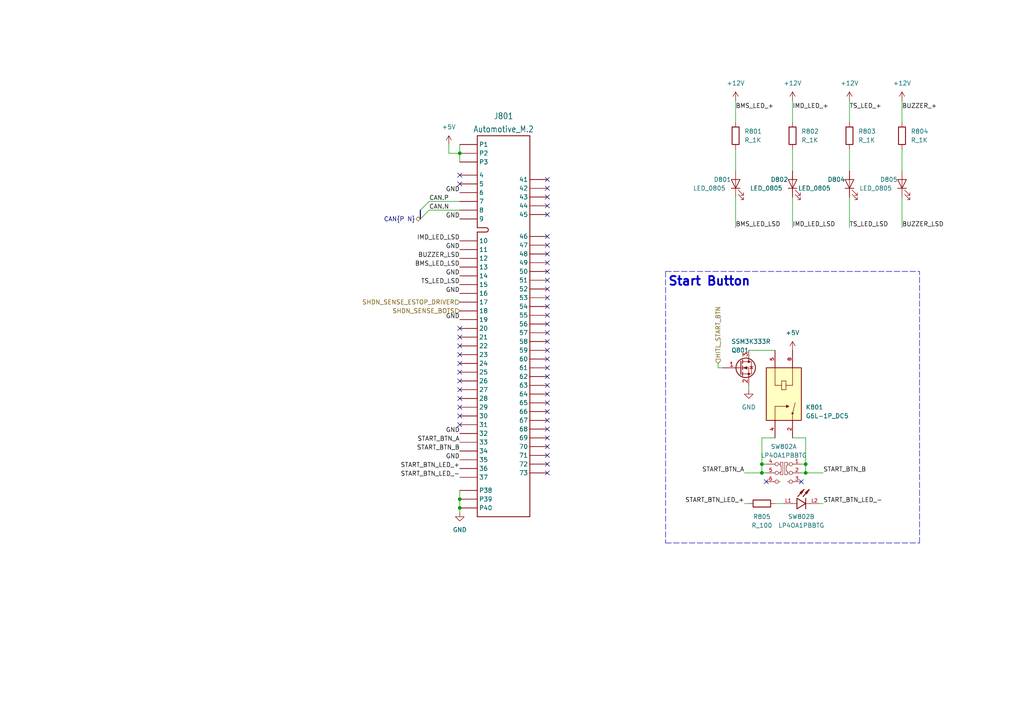
<source format=kicad_sch>
(kicad_sch (version 20211123) (generator eeschema)
  (paper "A4")
  (lib_symbols
    (symbol "GND_1" (power) (pin_names (offset 0))
      (property "Value" "GND_1" (at 0 -3.81 0))
      (symbol "GND_1_0_1"
        (polyline (pts (xy 0 0) (xy 0 -1.27) (xy 1.27 -1.27) (xy 0 -2.54) (xy -1.27 -1.27) (xy 0 -1.27)))
      )
      (symbol "GND_1_1_1"
        (pin power_in line (at 0 0 270) (length 0) hide (name "GND") (number "1"))
      )
    )
    (symbol "formula:Automotive_M.2"
      (property "Reference" "J?" (at 1.27 49.53 0))
      (property "Value" "Automotive_M.2" (at 7.62 45.72 0))
      (symbol "Automotive_M.2_0_1"
        (arc (start -5.0436 15.2415) (mid -4.4198 15.8765) (end -5.0436 16.5115) (stroke (width 0.25)))
        (polyline (pts (xy -7.62 15.24) (xy -5.08 15.24)) (stroke (width 0.25)))
        (polyline (pts (xy -7.62 16.51) (xy -5.08 16.51)) (stroke (width 0.25)))
        (polyline (pts (xy -7.62 43.18) (xy -7.62 16.51)) (stroke (width 0.25)))
        (polyline (pts (xy 7.62 -67.31) (xy -7.62 -67.31)) (stroke (width 0.25)))
      )
      (symbol "Automotive_M.2_1_0"
        (polyline (pts (xy -7.62 -67.31) (xy -7.62 15.24)) (stroke (width 0.254)))
        (polyline (pts (xy 7.62 43.18) (xy -7.62 43.18)) (stroke (width 0.254)))
        (polyline (pts (xy 7.62 43.18) (xy 7.62 -67.31)) (stroke (width 0.254)))
        (pin bidirectional line (at -12.7 12.7 0) (length 5.08) (name "10") (number "10"))
        (pin bidirectional line (at -12.7 10.16 0) (length 5.08) (name "11") (number "11"))
        (pin bidirectional line (at -12.7 7.62 0) (length 5.08) (name "12") (number "12"))
        (pin bidirectional line (at -12.7 5.08 0) (length 5.08) (name "13") (number "13"))
        (pin bidirectional line (at -12.7 2.54 0) (length 5.08) (name "14") (number "14"))
        (pin bidirectional line (at -12.7 0 0) (length 5.08) (name "15") (number "15"))
        (pin bidirectional line (at -12.7 -2.54 0) (length 5.08) (name "16") (number "16"))
        (pin bidirectional line (at -12.7 -5.08 0) (length 5.08) (name "17") (number "17"))
        (pin bidirectional line (at -12.7 -7.62 0) (length 5.08) (name "18") (number "18"))
        (pin bidirectional line (at -12.7 -10.16 0) (length 5.08) (name "19") (number "19"))
        (pin bidirectional line (at -12.7 -12.7 0) (length 5.08) (name "20") (number "20"))
        (pin bidirectional line (at -12.7 -15.24 0) (length 5.08) (name "21") (number "21"))
        (pin bidirectional line (at -12.7 -17.78 0) (length 5.08) (name "22") (number "22"))
        (pin bidirectional line (at -12.7 -20.32 0) (length 5.08) (name "23") (number "23"))
        (pin bidirectional line (at -12.7 -22.86 0) (length 5.08) (name "24") (number "24"))
        (pin bidirectional line (at -12.7 -25.4 0) (length 5.08) (name "25") (number "25"))
        (pin bidirectional line (at -12.7 -27.94 0) (length 5.08) (name "26") (number "26"))
        (pin bidirectional line (at -12.7 -30.48 0) (length 5.08) (name "27") (number "27"))
        (pin bidirectional line (at -12.7 -33.02 0) (length 5.08) (name "28") (number "28"))
        (pin bidirectional line (at -12.7 -35.56 0) (length 5.08) (name "29") (number "29"))
        (pin bidirectional line (at -12.7 -38.1 0) (length 5.08) (name "30") (number "30"))
        (pin bidirectional line (at -12.7 -40.64 0) (length 5.08) (name "31") (number "31"))
        (pin bidirectional line (at -12.7 -43.18 0) (length 5.08) (name "32") (number "32"))
        (pin bidirectional line (at -12.7 -45.72 0) (length 5.08) (name "33") (number "33"))
        (pin bidirectional line (at -12.7 -48.26 0) (length 5.08) (name "34") (number "34"))
        (pin bidirectional line (at -12.7 -50.8 0) (length 5.08) (name "35") (number "35"))
        (pin bidirectional line (at -12.7 -53.34 0) (length 5.08) (name "36") (number "36"))
        (pin bidirectional line (at -12.7 -55.88 0) (length 5.08) (name "37") (number "37"))
        (pin bidirectional line (at -12.7 31.75 0) (length 5.08) (name "4") (number "4"))
        (pin bidirectional line (at 12.7 30.48 180) (length 5.08) (name "41") (number "41"))
        (pin bidirectional line (at 12.7 27.94 180) (length 5.08) (name "42") (number "42"))
        (pin bidirectional line (at 12.7 25.4 180) (length 5.08) (name "43") (number "43"))
        (pin bidirectional line (at 12.7 22.86 180) (length 5.08) (name "44") (number "44"))
        (pin bidirectional line (at 12.7 20.32 180) (length 5.08) (name "45") (number "45"))
        (pin bidirectional line (at 12.7 13.97 180) (length 5.08) (name "46") (number "46"))
        (pin bidirectional line (at 12.7 11.43 180) (length 5.08) (name "47") (number "47"))
        (pin bidirectional line (at 12.7 8.89 180) (length 5.08) (name "48") (number "48"))
        (pin bidirectional line (at 12.7 6.35 180) (length 5.08) (name "49") (number "49"))
        (pin bidirectional line (at -12.7 29.21 0) (length 5.08) (name "5") (number "5"))
        (pin bidirectional line (at 12.7 3.81 180) (length 5.08) (name "50") (number "50"))
        (pin bidirectional line (at 12.7 1.27 180) (length 5.08) (name "51") (number "51"))
        (pin bidirectional line (at 12.7 -1.27 180) (length 5.08) (name "52") (number "52"))
        (pin bidirectional line (at 12.7 -3.81 180) (length 5.08) (name "53") (number "53"))
        (pin bidirectional line (at 12.7 -6.35 180) (length 5.08) (name "54") (number "54"))
        (pin bidirectional line (at 12.7 -8.89 180) (length 5.08) (name "55") (number "55"))
        (pin bidirectional line (at 12.7 -11.43 180) (length 5.08) (name "56") (number "56"))
        (pin bidirectional line (at 12.7 -13.97 180) (length 5.08) (name "57") (number "57"))
        (pin bidirectional line (at 12.7 -16.51 180) (length 5.08) (name "58") (number "58"))
        (pin bidirectional line (at 12.7 -19.05 180) (length 5.08) (name "59") (number "59"))
        (pin bidirectional line (at -12.7 26.67 0) (length 5.08) (name "6") (number "6"))
        (pin bidirectional line (at 12.7 -21.59 180) (length 5.08) (name "60") (number "60"))
        (pin bidirectional line (at 12.7 -24.13 180) (length 5.08) (name "61") (number "61"))
        (pin bidirectional line (at 12.7 -26.67 180) (length 5.08) (name "62") (number "62"))
        (pin bidirectional line (at 12.7 -29.21 180) (length 5.08) (name "63") (number "63"))
        (pin bidirectional line (at 12.7 -31.75 180) (length 5.08) (name "64") (number "64"))
        (pin bidirectional line (at 12.7 -34.29 180) (length 5.08) (name "65") (number "65"))
        (pin bidirectional line (at 12.7 -36.83 180) (length 5.08) (name "66") (number "66"))
        (pin bidirectional line (at 12.7 -39.37 180) (length 5.08) (name "67") (number "67"))
        (pin bidirectional line (at 12.7 -41.91 180) (length 5.08) (name "68") (number "68"))
        (pin bidirectional line (at 12.7 -44.45 180) (length 5.08) (name "69") (number "69"))
        (pin bidirectional line (at -12.7 24.13 0) (length 5.08) (name "7") (number "7"))
        (pin bidirectional line (at 12.7 -46.99 180) (length 5.08) (name "70") (number "70"))
        (pin bidirectional line (at 12.7 -49.53 180) (length 5.08) (name "71") (number "71"))
        (pin bidirectional line (at 12.7 -52.07 180) (length 5.08) (name "72") (number "72"))
        (pin bidirectional line (at 12.7 -54.61 180) (length 5.08) (name "73") (number "73"))
        (pin bidirectional line (at -12.7 21.59 0) (length 5.08) (name "8") (number "8"))
        (pin bidirectional line (at -12.7 19.05 0) (length 5.08) (name "9") (number "9"))
        (pin bidirectional line (at -12.7 40.64 0) (length 5.08) (name "P1") (number "P1"))
        (pin bidirectional line (at -12.7 38.1 0) (length 5.08) (name "P2") (number "P2"))
        (pin bidirectional line (at -12.7 35.56 0) (length 5.08) (name "P3") (number "P3"))
        (pin bidirectional line (at -12.7 -59.69 0) (length 5.08) (name "P38") (number "P38"))
        (pin bidirectional line (at -12.7 -62.23 0) (length 5.08) (name "P39") (number "P39"))
        (pin bidirectional line (at -12.7 -64.77 0) (length 5.08) (name "P40") (number "P40"))
      )
    )
    (symbol "formula:G6L-1P_DC5" (pin_names (offset 1.016))
      (property "Reference" "K" (at -7.62 6.35 0))
      (property "Value" "G6L-1P_DC5" (at -7.62 -7.62 0))
      (symbol "G6L-1P_DC5_0_0"
        (rectangle (start -7.62 -5.08) (end 7.62 5.08) (stroke (width 0.254)) (fill (type background)))
        (polyline (pts (xy -7.62 -2.54) (xy -2.54 -2.54)) (stroke (width 0.1524)))
        (polyline (pts (xy -7.62 2.54) (xy -2.54 2.54)) (stroke (width 0.1524)))
        (polyline (pts (xy -3.81 -0.635) (xy -3.81 0.635)) (stroke (width 0.1524)))
        (polyline (pts (xy -3.81 0.635) (xy -2.54 0.635)) (stroke (width 0.1524)))
        (polyline (pts (xy -2.54 -0.635) (xy -3.81 -0.635)) (stroke (width 0.1524)))
        (polyline (pts (xy -2.54 -0.635) (xy -2.54 -2.54)) (stroke (width 0.1524)))
        (polyline (pts (xy -2.54 0.635) (xy -1.27 0.635)) (stroke (width 0.1524)))
        (polyline (pts (xy -2.54 2.54) (xy -2.54 0.635)) (stroke (width 0.1524)))
        (polyline (pts (xy -1.27 -0.635) (xy -2.54 -0.635)) (stroke (width 0.1524)))
        (polyline (pts (xy -1.27 0.635) (xy -1.27 -0.635)) (stroke (width 0.1524)))
        (polyline (pts (xy 3.556 -2.54) (xy 3.556 0.762)) (stroke (width 0.1524)))
        (polyline (pts (xy 5.588 2.54) (xy 2.54 3.302)) (stroke (width 0.1524)))
        (polyline (pts (xy 7.62 -2.54) (xy 3.556 -2.54)) (stroke (width 0.1524)))
        (polyline (pts (xy 7.62 2.54) (xy 5.588 2.54)) (stroke (width 0.1524)))
        (polyline (pts (xy 3.175 0.762) (xy 3.937 0.762) (xy 3.556 1.524) (xy 3.175 0.762)) (stroke (width 0.1524)) (fill (type outline)))
        (circle (center 5.588 2.54) (radius 0.1524) (stroke (width 0.3048)))
        (pin passive line (at 12.7 2.54 180) (length 5.08) (name "~") (number "2"))
        (pin passive line (at 12.7 -2.54 180) (length 5.08) (name "~") (number "4"))
        (pin passive line (at -12.7 -2.54 0) (length 5.08) (name "~") (number "5"))
        (pin passive line (at -12.7 2.54 0) (length 5.08) (name "~") (number "8"))
      )
    )
    (symbol "formula:LED_0805" (pin_numbers hide) (pin_names (offset 1.016) hide)
      (property "Reference" "D" (at 0 -2.54 0))
      (property "Value" "LED_0805" (at 0 2.54 0))
      (symbol "LED_0805_0_1"
        (polyline (pts (xy -1.27 -1.27) (xy -1.27 1.27)) (stroke (width 0.2032)))
        (polyline (pts (xy -1.27 0) (xy 1.27 0)))
        (polyline (pts (xy 1.27 -1.27) (xy 1.27 1.27) (xy -1.27 0) (xy 1.27 -1.27)) (stroke (width 0.2032)))
        (polyline (pts (xy -3.048 -0.762) (xy -4.572 -2.286) (xy -3.81 -2.286) (xy -4.572 -2.286) (xy -4.572 -1.524)))
        (polyline (pts (xy -1.778 -0.762) (xy -3.302 -2.286) (xy -2.54 -2.286) (xy -3.302 -2.286) (xy -3.302 -1.524)))
      )
      (symbol "LED_0805_1_1"
        (pin passive line (at -3.81 0 0) (length 2.54) (name "K") (number "1"))
        (pin passive line (at 3.81 0 180) (length 2.54) (name "A") (number "2"))
      )
    )
    (symbol "formula:LP4OA1PBBTG" (pin_names (offset 1.016))
      (property "Reference" "SW?" (at -1.27 5.08 0))
      (property "Value" "LP4OA1PBBTG" (at -5.08 -6.858 0))
      (symbol "LP4OA1PBBTG_1_0"
        (circle (center -2.032 -2.54) (radius 0.508) (stroke (width 0.127)))
        (circle (center -2.032 0) (radius 0.508) (stroke (width 0.127)))
        (circle (center -2.032 2.54) (radius 0.508) (stroke (width 0.127)))
        (polyline (pts (xy -1.524 -2.54) (xy -1.016 -2.54)) (stroke (width 0.127)))
        (polyline (pts (xy -1.524 0) (xy -1.016 0)) (stroke (width 0.127)))
        (polyline (pts (xy -1.524 2.54) (xy -1.016 2.54)) (stroke (width 0.127)))
        (polyline (pts (xy -1.016 -0.508) (xy -1.016 0.254)) (stroke (width 0.127)))
        (polyline (pts (xy -1.016 0.254) (xy -0.762 0.254)) (stroke (width 0.127)))
        (polyline (pts (xy -1.016 2.032) (xy -1.016 2.54)) (stroke (width 0.127)))
        (polyline (pts (xy -1.016 2.54) (xy -1.016 3.048)) (stroke (width 0.127)))
        (polyline (pts (xy -1.016 3.048) (xy -0.254 3.048)) (stroke (width 0.127)))
        (polyline (pts (xy -0.762 0.254) (xy -0.762 2.032)) (stroke (width 0.127)))
        (polyline (pts (xy -0.762 2.032) (xy -1.016 2.032)) (stroke (width 0.127)))
        (polyline (pts (xy -0.254 -0.508) (xy -1.016 -0.508)) (stroke (width 0.127)))
        (polyline (pts (xy -0.254 3.048) (xy -0.254 -0.508)) (stroke (width 0.127)))
        (polyline (pts (xy 0.254 -0.508) (xy 0.254 3.048)) (stroke (width 0.127)))
        (polyline (pts (xy 0.254 3.048) (xy 1.016 3.048)) (stroke (width 0.127)))
        (polyline (pts (xy 0.762 0.508) (xy 1.016 0.508)) (stroke (width 0.127)))
        (polyline (pts (xy 0.762 2.032) (xy 0.762 0.508)) (stroke (width 0.127)))
        (polyline (pts (xy 1.016 -0.508) (xy 0.254 -0.508)) (stroke (width 0.127)))
        (polyline (pts (xy 1.016 0.508) (xy 1.016 -0.508)) (stroke (width 0.127)))
        (polyline (pts (xy 1.016 2.032) (xy 0.762 2.032)) (stroke (width 0.127)))
        (polyline (pts (xy 1.016 3.048) (xy 1.016 2.032)) (stroke (width 0.127)))
        (polyline (pts (xy 1.524 -2.54) (xy 1.016 -2.54)) (stroke (width 0.127)))
        (polyline (pts (xy 1.524 0) (xy 1.016 0)) (stroke (width 0.127)))
        (polyline (pts (xy 1.524 2.54) (xy 1.016 2.54)) (stroke (width 0.127)))
        (circle (center 2.032 -2.54) (radius 0.508) (stroke (width 0.127)))
        (circle (center 2.032 0) (radius 0.508) (stroke (width 0.127)))
        (circle (center 2.032 2.54) (radius 0.508) (stroke (width 0.127)))
        (pin passive line (at 5.08 2.54 180) (length 2.54) (name "~") (number "1"))
        (pin passive line (at 5.08 0 180) (length 2.54) (name "~") (number "2"))
        (pin passive line (at 5.08 -2.54 180) (length 2.54) (name "~") (number "3"))
        (pin passive line (at -5.08 2.54 0) (length 2.54) (name "~") (number "4"))
        (pin passive line (at -5.08 0 0) (length 2.54) (name "~") (number "5"))
        (pin passive line (at -5.08 -2.54 0) (length 2.54) (name "~") (number "6"))
      )
      (symbol "LP4OA1PBBTG_2_0"
        (polyline (pts (xy -1.27 -1.524) (xy 1.27 0)) (stroke (width 0.254)))
        (polyline (pts (xy -1.27 0) (xy -2.54 0)) (stroke (width 0.1524)))
        (polyline (pts (xy -1.27 0) (xy -1.27 -1.524)) (stroke (width 0.254)))
        (polyline (pts (xy -1.27 1.524) (xy -1.27 0)) (stroke (width 0.254)))
        (polyline (pts (xy -1.016 2.032) (xy 0.762 4.064)) (stroke (width 0.254)))
        (polyline (pts (xy 0.508 2.032) (xy 2.286 4.064)) (stroke (width 0.254)))
        (polyline (pts (xy 0.762 4.064) (xy -0.381 3.175)) (stroke (width 0.254)))
        (polyline (pts (xy 0.762 4.064) (xy 0 2.794)) (stroke (width 0.254)))
        (polyline (pts (xy 1.27 0) (xy -1.27 1.524)) (stroke (width 0.254)))
        (polyline (pts (xy 1.27 0) (xy 1.27 -1.524)) (stroke (width 0.254)))
        (polyline (pts (xy 1.27 1.524) (xy 1.27 0)) (stroke (width 0.254)))
        (polyline (pts (xy 2.286 4.064) (xy 1.143 3.175)) (stroke (width 0.254)))
        (polyline (pts (xy 2.286 4.064) (xy 1.524 2.794)) (stroke (width 0.254)))
        (polyline (pts (xy 2.54 0) (xy 1.27 0)) (stroke (width 0.1524)))
        (pin passive line (at -5.08 0 0) (length 2.54) (name "~") (number "L1"))
        (pin passive line (at 5.08 0 180) (length 2.54) (name "~") (number "L2"))
      )
    )
    (symbol "formula:R_100" (pin_numbers hide) (pin_names (offset 0))
      (property "Reference" "R" (at 2.032 0 90))
      (property "Value" "R_100" (at -2.54 0 90))
      (symbol "R_100_0_1"
        (rectangle (start -1.016 -2.54) (end 1.016 2.54) (stroke (width 0.254)))
      )
      (symbol "R_100_1_1"
        (pin passive line (at 0 3.81 270) (length 1.27) (name "~") (number "1"))
        (pin passive line (at 0 -3.81 90) (length 1.27) (name "~") (number "2"))
      )
    )
    (symbol "formula:R_1K" (pin_numbers hide) (pin_names (offset 0))
      (property "Reference" "R" (at 2.032 0 90))
      (property "Value" "R_1K" (at -2.54 0 90))
      (symbol "R_1K_0_1"
        (rectangle (start -1.016 -2.54) (end 1.016 2.54) (stroke (width 0.254)))
      )
      (symbol "R_1K_1_1"
        (pin passive line (at 0 3.81 270) (length 1.27) (name "~") (number "1"))
        (pin passive line (at 0 -3.81 90) (length 1.27) (name "~") (number "2"))
      )
    )
    (symbol "formula:SSM3K333R" (pin_names (offset 0) hide)
      (property "Reference" "Q" (at 5.08 1.905 0))
      (property "Value" "SSM3K333R" (at 5.08 0 0))
      (symbol "SSM3K333R_0_1"
        (polyline (pts (xy 0.762 -1.778) (xy 2.54 -1.778)))
        (polyline (pts (xy 0.762 -1.27) (xy 0.762 -2.286)) (stroke (width 0.254)))
        (polyline (pts (xy 0.762 0) (xy 2.54 0)))
        (polyline (pts (xy 0.762 0.508) (xy 0.762 -0.508)) (stroke (width 0.254)))
        (polyline (pts (xy 0.762 1.778) (xy 2.54 1.778)))
        (polyline (pts (xy 0.762 2.286) (xy 0.762 1.27)) (stroke (width 0.254)))
        (polyline (pts (xy 2.54 -1.778) (xy 2.54 -2.54)))
        (polyline (pts (xy 2.54 -1.778) (xy 2.54 0)))
        (polyline (pts (xy 2.54 2.54) (xy 2.54 1.778)))
        (polyline (pts (xy 0.254 1.905) (xy 0.254 -1.905) (xy 0.254 -1.905)) (stroke (width 0.254)))
        (polyline (pts (xy 1.016 0) (xy 2.032 0.381) (xy 2.032 -0.381) (xy 1.016 0)) (fill (type outline)))
        (polyline (pts (xy 2.54 -1.778) (xy 3.302 -1.778) (xy 3.302 1.778) (xy 2.54 1.778)))
        (polyline (pts (xy 2.794 0.508) (xy 2.921 0.381) (xy 3.683 0.381) (xy 3.81 0.254)))
        (polyline (pts (xy 3.302 0.381) (xy 2.921 -0.254) (xy 3.683 -0.254) (xy 3.302 0.381)))
        (circle (center 1.651 0) (radius 2.8194) (stroke (width 0.254)))
        (circle (center 2.54 -1.778) (radius 0.2794) (fill (type outline)))
        (circle (center 2.54 1.778) (radius 0.2794) (fill (type outline)))
      )
      (symbol "SSM3K333R_1_1"
        (pin input line (at -5.08 0 0) (length 5.334) (name "G") (number "1"))
        (pin passive line (at 2.54 -5.08 90) (length 2.54) (name "S") (number "2"))
        (pin passive line (at 2.54 5.08 270) (length 2.54) (name "D") (number "3"))
      )
    )
    (symbol "power:+12V" (power) (pin_names (offset 0))
      (property "Value" "+12V" (at 0 3.556 0))
      (symbol "+12V_0_1"
        (polyline (pts (xy -0.762 1.27) (xy 0 2.54)))
        (polyline (pts (xy 0 0) (xy 0 2.54)))
        (polyline (pts (xy 0 2.54) (xy 0.762 1.27)))
      )
      (symbol "+12V_1_1"
        (pin power_in line (at 0 0 90) (length 0) hide (name "+12V") (number "1"))
      )
    )
    (symbol "power:+5V" (power) (pin_names (offset 0))
      (property "Value" "+5V" (at 0 3.556 0))
      (symbol "+5V_0_1"
        (polyline (pts (xy -0.762 1.27) (xy 0 2.54)))
        (polyline (pts (xy 0 0) (xy 0 2.54)))
        (polyline (pts (xy 0 2.54) (xy 0.762 1.27)))
      )
      (symbol "+5V_1_1"
        (pin power_in line (at 0 0 90) (length 0) hide (name "+5V") (number "1"))
      )
    )
    (symbol "power:GND" (power) (pin_names (offset 0))
      (property "Value" "GND" (at 0 -3.81 0))
      (symbol "GND_0_1"
        (polyline (pts (xy 0 0) (xy 0 -1.27) (xy 1.27 -1.27) (xy 0 -2.54) (xy -1.27 -1.27) (xy 0 -1.27)))
      )
      (symbol "GND_1_1"
        (pin power_in line (at 0 0 270) (length 0) hide (name "GND") (number "1"))
      )
    )
  )
  (junction (at 133.35 147.32))
  (junction (at 220.98 134.62))
  (junction (at 220.98 137.16))
  (junction (at 133.35 144.78))
  (junction (at 233.68 134.62))
  (junction (at 133.35 44.45))
  (junction (at 233.68 137.16))
  (no_connect (at 158.75 116.84))
  (no_connect (at 158.75 81.28))
  (no_connect (at 133.35 120.65))
  (no_connect (at 232.41 139.7))
  (no_connect (at 158.75 106.68))
  (no_connect (at 158.75 57.15))
  (no_connect (at 133.35 97.79))
  (no_connect (at 133.35 105.41))
  (no_connect (at 133.35 118.11))
  (no_connect (at 158.75 111.76))
  (no_connect (at 158.75 83.82))
  (no_connect (at 133.35 123.19))
  (no_connect (at 158.75 91.44))
  (no_connect (at 133.35 95.25))
  (no_connect (at 158.75 73.66))
  (no_connect (at 158.75 129.54))
  (no_connect (at 158.75 96.52))
  (no_connect (at 133.35 50.8))
  (no_connect (at 158.75 93.98))
  (no_connect (at 133.35 107.95))
  (no_connect (at 158.75 86.36))
  (no_connect (at 158.75 59.69))
  (no_connect (at 133.35 115.57))
  (no_connect (at 158.75 99.06))
  (no_connect (at 158.75 124.46))
  (no_connect (at 158.75 134.62))
  (no_connect (at 158.75 71.12))
  (no_connect (at 158.75 62.23))
  (no_connect (at 222.25 139.7))
  (no_connect (at 158.75 127))
  (no_connect (at 158.75 54.61))
  (no_connect (at 158.75 109.22))
  (no_connect (at 158.75 104.14))
  (no_connect (at 158.75 78.74))
  (no_connect (at 158.75 68.58))
  (no_connect (at 133.35 100.33))
  (no_connect (at 158.75 52.07))
  (no_connect (at 158.75 76.2))
  (no_connect (at 158.75 137.16))
  (no_connect (at 133.35 110.49))
  (no_connect (at 158.75 119.38))
  (no_connect (at 158.75 121.92))
  (no_connect (at 158.75 132.08))
  (no_connect (at 133.35 53.34))
  (no_connect (at 158.75 101.6))
  (no_connect (at 133.35 102.87))
  (no_connect (at 133.35 113.03))
  (no_connect (at 158.75 114.3))
  (no_connect (at 158.75 88.9))
  (bus_entry (at 121.92 60.96) (size 2.54 -2.54))
  (bus_entry (at 121.92 63.5) (size 2.54 -2.54))
  (wire (pts (xy 133.35 41.91) (xy 133.35 44.45)))
  (wire (pts (xy 229.87 29.21) (xy 229.87 35.56)))
  (wire (pts (xy 220.98 134.62) (xy 222.25 134.62)))
  (wire (pts (xy 237.49 146.05) (xy 238.76 146.05)))
  (wire (pts (xy 233.68 137.16) (xy 238.76 137.16)))
  (wire (pts (xy 217.17 111.76) (xy 217.17 113.03)))
  (wire (pts (xy 229.87 127) (xy 233.68 127)))
  (wire (pts (xy 220.98 137.16) (xy 222.25 137.16)))
  (wire (pts (xy 224.79 146.05) (xy 227.33 146.05)))
  (polyline (pts (xy 193.04 157.48) (xy 266.7 157.48)))
  (wire (pts (xy 133.35 44.45) (xy 133.35 46.99)))
  (wire (pts (xy 208.28 106.68) (xy 209.55 106.68)))
  (wire (pts (xy 124.46 60.96) (xy 133.35 60.96)))
  (wire (pts (xy 130.175 44.45) (xy 133.35 44.45)))
  (wire (pts (xy 213.36 43.18) (xy 213.36 49.53)))
  (wire (pts (xy 229.87 43.18) (xy 229.87 49.53)))
  (wire (pts (xy 261.62 57.15) (xy 261.62 66.04)))
  (polyline (pts (xy 193.04 78.74) (xy 193.04 157.48)))
  (wire (pts (xy 124.46 58.42) (xy 133.35 58.42)))
  (wire (pts (xy 233.68 134.62) (xy 233.68 137.16)))
  (wire (pts (xy 133.35 142.24) (xy 133.35 144.78)))
  (wire (pts (xy 213.36 29.21) (xy 213.36 35.56)))
  (wire (pts (xy 220.98 134.62) (xy 220.98 137.16)))
  (wire (pts (xy 213.36 57.15) (xy 213.36 66.04)))
  (wire (pts (xy 215.9 146.05) (xy 217.17 146.05)))
  (wire (pts (xy 217.17 101.6) (xy 224.79 101.6)))
  (wire (pts (xy 261.62 29.21) (xy 261.62 35.56)))
  (wire (pts (xy 224.79 127) (xy 220.98 127)))
  (wire (pts (xy 261.62 43.18) (xy 261.62 49.53)))
  (wire (pts (xy 233.68 127) (xy 233.68 134.62)))
  (wire (pts (xy 246.38 43.18) (xy 246.38 49.53)))
  (wire (pts (xy 215.9 137.16) (xy 220.98 137.16)))
  (polyline (pts (xy 193.04 78.74) (xy 266.7 78.74)))
  (wire (pts (xy 246.38 57.15) (xy 246.38 66.04)))
  (wire (pts (xy 208.28 105.41) (xy 208.28 106.68)))
  (bus (pts (xy 121.92 60.96) (xy 121.92 63.5)))
  (wire (pts (xy 133.35 147.32) (xy 133.35 148.59)))
  (wire (pts (xy 246.38 29.21) (xy 246.38 35.56)))
  (wire (pts (xy 229.87 57.15) (xy 229.87 66.04)))
  (wire (pts (xy 232.41 137.16) (xy 233.68 137.16)))
  (wire (pts (xy 220.98 127) (xy 220.98 134.62)))
  (wire (pts (xy 133.35 144.78) (xy 133.35 147.32)))
  (wire (pts (xy 232.41 134.62) (xy 233.68 134.62)))
  (wire (pts (xy 130.175 41.91) (xy 130.175 44.45)))
  (polyline (pts (xy 266.7 157.48) (xy 266.7 78.74)))
  (text "Start Button" (at 193.675 83.185 0) (effects (font (size 2.54 2.54) bold) (justify left bottom)))
  (label "GND" (at 133.35 125.73 180))
  (label "CAN.P" (at 124.46 58.42 0))
  (label "START_BTN_A" (at 215.9 137.16 180))
  (label "BUZZER_LSD" (at 261.62 66.04 0))
  (label "BMS_LED_LSD" (at 213.36 66.04 0))
  (label "START_BTN_LED_-" (at 133.35 138.43 180))
  (label "GND" (at 133.35 92.71 180))
  (label "GND" (at 133.35 85.09 180))
  (label "IMD_LED_LSD" (at 133.35 69.85 180))
  (label "TS_LED_LSD" (at 133.35 82.55 180))
  (label "IMD_LED_LSD" (at 229.87 66.04 0))
  (label "TS_LED_+" (at 246.38 31.75 0))
  (label "CAN.N" (at 124.46 60.96 0))
  (label "BUZZER_+" (at 261.62 31.75 0))
  (label "TS_LED_LSD" (at 246.38 66.04 0))
  (label "START_BTN_B" (at 238.76 137.16 0))
  (label "BUZZER_LSD" (at 133.35 74.93 180))
  (label "BMS_LED_LSD" (at 133.35 77.47 180))
  (label "GND" (at 133.35 80.01 180))
  (label "GND" (at 133.35 72.39 180))
  (label "GND" (at 133.35 63.5 180))
  (label "IMD_LED_+" (at 229.87 31.75 0))
  (label "GND" (at 133.35 133.35 180))
  (label "START_BTN_B" (at 133.35 130.81 180))
  (label "START_BTN_LED_+" (at 133.35 135.89 180))
  (label "START_BTN_A" (at 133.35 128.27 180))
  (label "GND" (at 133.35 55.88 180))
  (label "START_BTN_LED_-" (at 238.76 146.05 0))
  (label "START_BTN_LED_+" (at 215.9 146.05 180))
  (label "BMS_LED_+" (at 213.36 31.75 0))
  (hierarchical_label "HITL_START_BTN" (shape input) (at 208.28 105.41 90))
  (hierarchical_label "SHDN_SENSE_BOTS" (shape input) (at 133.35 90.17 180))
  (hierarchical_label "CAN{P N}" (shape bidirectional) (at 121.92 63.5 180))
  (hierarchical_label "SHDN_SENSE_ESTOP_DRIVER" (shape input) (at 133.35 87.63 180))
  (symbol (lib_id "formula:LP4OA1PBBTG") (at 227.33 137.16 0) (unit 1)
    (property "Reference" "SW802" (at 227.33 129.54 0))
    (property "Value" "LP4OA1PBBTG" (at 227.33 132.08 0))
    (property "Footprint" "footprints:SW_LP4OA1PBBTG" (effects hide))
    (property "Datasheet" "https://sten-eswitch-13110800-production.s3.amazonaws.com/system/asset/product_line/data_sheet/43/LP4.pdf" (effects hide))
    (property "MANUFACTURER" "E-SWITCH" (effects hide))
  )
  (symbol (lib_id "formula:R_1K") (at 261.62 39.37 0) (unit 1)
    (property "Reference" "R804" (at 264.16 38.0999 0) (effects (justify left)))
    (property "Value" "R_1K" (at 264.16 40.6399 0) (effects (justify left)))
    (property "Footprint" "footprints:R_0805_OEM" (effects hide))
    (property "Datasheet" "https://www.seielect.com/Catalog/SEI-rncp.pdf" (effects hide))
    (property "MFN" "DK" (effects hide))
    (property "MPN" "RNCP0805FTD1K00CT-ND" (effects hide))
    (property "PurchasingLink" "https://www.digikey.com/products/en?keywords=RNCP0805FTD1K00CT-ND" (effects hide))
  )
  (symbol (lib_id "power:+12V") (at 229.87 29.21 0) (unit 1)
    (property "Reference" "#PWR?" (effects hide))
    (property "Value" "+12V" (at 229.87 24.13 0))
  )
  (symbol (lib_id "power:+5V") (at 130.175 41.91 0) (unit 1)
    (property "Reference" "#PWR?" (effects hide))
    (property "Value" "+5V" (at 130.175 36.83 0))
  )
  (symbol (lib_id "formula:R_100") (at 220.98 146.05 270) (unit 1)
    (property "Reference" "R805" (at 220.98 149.86 90))
    (property "Value" "R_100" (at 220.98 152.4 90))
    (property "Footprint" "footprints:R_0805_OEM" (effects hide))
    (property "Datasheet" "https://www.seielect.com/Catalog/SEI-rncp.pdf" (effects hide))
    (property "MFN" "DK" (effects hide))
    (property "MPN" "RNCP0805FTD100RCT-ND" (effects hide))
    (property "PurchasingLink" "https://www.digikey.com/products/en?keywords=RNCP0805FTD100RCT-ND" (effects hide))
  )
  (symbol (lib_id "power:GND") (at 217.17 113.03 0) (unit 1)
    (property "Reference" "#PWR?" (effects hide))
    (property "Value" "GND" (at 217.17 118.11 0))
  )
  (symbol (lib_id "power:+12V") (at 213.36 29.21 0) (unit 1)
    (property "Reference" "#PWR?" (effects hide))
    (property "Value" "+12V" (at 213.36 24.13 0))
  )
  (symbol (lib_id "formula:R_1K") (at 213.36 39.37 0) (unit 1)
    (property "Reference" "R801" (at 215.9 38.0999 0) (effects (justify left)))
    (property "Value" "R_1K" (at 215.9 40.6399 0) (effects (justify left)))
    (property "Footprint" "footprints:R_0805_OEM" (effects hide))
    (property "Datasheet" "https://www.seielect.com/Catalog/SEI-rncp.pdf" (effects hide))
    (property "MFN" "DK" (effects hide))
    (property "MPN" "RNCP0805FTD1K00CT-ND" (effects hide))
    (property "PurchasingLink" "https://www.digikey.com/products/en?keywords=RNCP0805FTD1K00CT-ND" (effects hide))
  )
  (symbol (lib_id "formula:LED_0805") (at 261.62 53.34 90) (unit 1)
    (property "Reference" "D805" (at 257.81 52.07 90))
    (property "Value" "LED_0805" (at 254 54.61 90))
    (property "Footprint" "footprints:LED_0805_OEM" (effects hide))
    (property "Datasheet" "http://www.osram-os.com/Graphics/XPic9/00078860_0.pdf" (effects hide))
    (property "MFN" "DK" (effects hide))
    (property "MPN" "475-1410-1-ND" (effects hide))
    (property "PurchasingLink" "https://www.digikey.com/products/en?keywords=475-1410-1-ND" (effects hide))
  )
  (symbol (lib_id "formula:R_1K") (at 229.87 39.37 0) (unit 1)
    (property "Reference" "R802" (at 232.41 38.0999 0) (effects (justify left)))
    (property "Value" "R_1K" (at 232.41 40.6399 0) (effects (justify left)))
    (property "Footprint" "footprints:R_0805_OEM" (effects hide))
    (property "Datasheet" "https://www.seielect.com/Catalog/SEI-rncp.pdf" (effects hide))
    (property "MFN" "DK" (effects hide))
    (property "MPN" "RNCP0805FTD1K00CT-ND" (effects hide))
    (property "PurchasingLink" "https://www.digikey.com/products/en?keywords=RNCP0805FTD1K00CT-ND" (effects hide))
  )
  (symbol (lib_id "formula:LED_0805") (at 229.87 53.34 90) (unit 1)
    (property "Reference" "D802" (at 226.06 52.07 90))
    (property "Value" "LED_0805" (at 222.25 54.61 90))
    (property "Footprint" "footprints:LED_0805_OEM" (effects hide))
    (property "Datasheet" "http://www.osram-os.com/Graphics/XPic9/00078860_0.pdf" (effects hide))
    (property "MFN" "DK" (effects hide))
    (property "MPN" "475-1410-1-ND" (effects hide))
    (property "PurchasingLink" "https://www.digikey.com/products/en?keywords=475-1410-1-ND" (effects hide))
  )
  (symbol (lib_id "formula:R_1K") (at 246.38 39.37 0) (unit 1)
    (property "Reference" "R803" (at 248.92 38.0999 0) (effects (justify left)))
    (property "Value" "R_1K" (at 248.92 40.6399 0) (effects (justify left)))
    (property "Footprint" "footprints:R_0805_OEM" (effects hide))
    (property "Datasheet" "https://www.seielect.com/Catalog/SEI-rncp.pdf" (effects hide))
    (property "MFN" "DK" (effects hide))
    (property "MPN" "RNCP0805FTD1K00CT-ND" (effects hide))
    (property "PurchasingLink" "https://www.digikey.com/products/en?keywords=RNCP0805FTD1K00CT-ND" (effects hide))
  )
  (symbol (lib_id "formula:LED_0805") (at 246.38 53.34 90) (unit 1)
    (property "Reference" "D804" (at 242.57 52.07 90))
    (property "Value" "LED_0805" (at 236.22 54.61 90))
    (property "Footprint" "footprints:LED_0805_OEM" (effects hide))
    (property "Datasheet" "http://www.osram-os.com/Graphics/XPic9/00078860_0.pdf" (effects hide))
    (property "MFN" "DK" (effects hide))
    (property "MPN" "475-1410-1-ND" (effects hide))
    (property "PurchasingLink" "https://www.digikey.com/products/en?keywords=475-1410-1-ND" (effects hide))
  )
  (symbol (lib_id "formula:LP4OA1PBBTG") (at 232.41 146.05 0) (unit 2)
    (property "Reference" "SW802" (at 232.41 149.86 0))
    (property "Value" "LP4OA1PBBTG" (at 232.41 152.4 0))
    (property "Footprint" "footprints:SW_LP4OA1PBBTG" (effects hide))
    (property "Datasheet" "https://sten-eswitch-13110800-production.s3.amazonaws.com/system/asset/product_line/data_sheet/43/LP4.pdf" (effects hide))
    (property "MANUFACTURER" "E-SWITCH" (effects hide))
  )
  (symbol (lib_id "formula:G6L-1P_DC5") (at 227.33 114.3 270) (unit 1)
    (property "Reference" "K801" (at 233.68 118.11 90) (effects (justify left)))
    (property "Value" "G6L-1P_DC5" (at 233.68 120.65 90) (effects (justify left)))
    (property "Footprint" "footprints:RELAY_G6L-1P_DC5" (effects hide))
    (property "Datasheet" "https://media.digikey.com/pdf/Data%20Sheets/Omron%20PDFs/G6L.pdf" (effects hide))
    (property "PRICE" "None" (effects hide))
    (property "MP" "G6L-1P-DC24" (effects hide))
    (property "PACKAGE" "None" (effects hide))
    (property "AVAILABILITY" "Unavailable" (effects hide))
    (property "DESCRIPTION" "Telecom Relay SPST-NO (1 Form A) Through Hole" (effects hide))
    (property "MF" "Omron Electronics" (effects hide))
    (property "MPN" "G6L-1P-DC24" (effects hide))
    (property "Manufacturer" "Omron Electronics" (effects hide))
  )
  (symbol (lib_id "power:+12V") (at 246.38 29.21 0) (unit 1)
    (property "Reference" "#PWR?" (effects hide))
    (property "Value" "+12V" (at 246.38 24.13 0))
  )
  (symbol (lib_id "formula:LED_0805") (at 213.36 53.34 90) (unit 1)
    (property "Reference" "D801" (at 209.55 52.07 90))
    (property "Value" "LED_0805" (at 205.74 54.61 90))
    (property "Footprint" "footprints:LED_0805_OEM" (effects hide))
    (property "Datasheet" "http://www.osram-os.com/Graphics/XPic9/00078860_0.pdf" (effects hide))
    (property "MFN" "DK" (effects hide))
    (property "MPN" "475-1410-1-ND" (effects hide))
    (property "PurchasingLink" "https://www.digikey.com/products/en?keywords=475-1410-1-ND" (effects hide))
  )
  (symbol (lib_id "power:+5V") (at 229.87 101.6 0) (unit 1)
    (property "Reference" "#PWR?" (effects hide))
    (property "Value" "+5V" (at 229.87 96.52 0))
  )
  (symbol (lib_id "power:+12V") (at 261.62 29.21 0) (unit 1)
    (property "Reference" "#PWR?" (effects hide))
    (property "Value" "+12V" (at 261.62 24.13 0))
  )
  (symbol (lib_id "formula:SSM3K333R") (at 214.63 106.68 0) (unit 1)
    (property "Reference" "Q801" (at 212.09 101.6 0) (effects (justify left)))
    (property "Value" "SSM3K333R" (at 212.09 99.06 0) (effects (justify left)))
    (property "Footprint" "footprints:SOT-23F" (effects hide))
    (property "Datasheet" "https://drive.google.com/drive/folders/0B-V-iZf33Y4GNzhDQTJZanJRbVk" (effects hide))
    (property "MFN" "DK" (effects hide))
    (property "MPN" "SSM3K333RLFCT-ND" (effects hide))
    (property "PurchasingLink" "https://www.digikey.com/product-detail/en/toshiba-semiconductor-and-storage/SSM3K333RLF/SSM3K333RLFCT-ND/3522391" (effects hide))
  )
  (symbol (lib_name "GND_1") (lib_id "power:GND") (at 133.35 148.59 0) (unit 1)
    (property "Reference" "#PWR?" (effects hide))
    (property "Value" "GND" (at 133.35 153.67 0))
  )
  (symbol (lib_id "formula:Automotive_M.2") (at 146.05 82.55 0) (unit 1)
    (property "Reference" "J801" (at 146.05 33.655 0) (effects (font (size 1.778 1.5113))))
    (property "Value" "Automotive_M.2" (at 146.05 37.465 0) (effects (font (size 1.778 1.5113))))
    (property "Footprint" "footprints:Automotive_M.2" (effects hide))
  )
)
</source>
